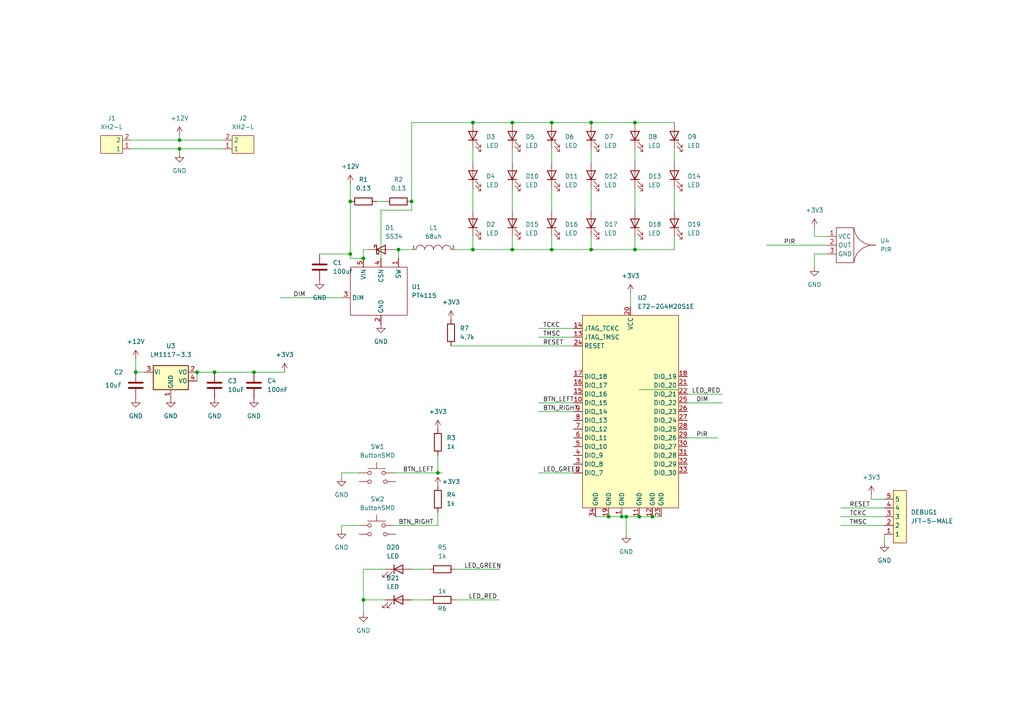
<source format=kicad_sch>
(kicad_sch (version 20211123) (generator eeschema)
  (paper "A4")
  (lib_symbols
    (symbol "Device:C" (pin_numbers hide) (pin_names (offset 0.254))
      (property "Reference" "C" (at 0.635 2.54 0))
      (property "Value" "C" (at 0.635 -2.54 0))
      (symbol "C_0_1"
        (polyline (pts (xy -2.032 -0.762) (xy 2.032 -0.762)) (stroke (width 0.508)))
        (polyline (pts (xy -2.032 0.762) (xy 2.032 0.762)) (stroke (width 0.508)))
      )
      (symbol "C_1_1"
        (pin passive line (at 0 3.81 270) (length 2.794) (name "~") (number "1"))
        (pin passive line (at 0 -3.81 90) (length 2.794) (name "~") (number "2"))
      )
    )
    (symbol "Device:LED" (pin_numbers hide) (pin_names (offset 1.016) hide)
      (property "Reference" "D" (at 0 2.54 0))
      (property "Value" "LED" (at 0 -2.54 0))
      (symbol "LED_0_1"
        (polyline (pts (xy -1.27 -1.27) (xy -1.27 1.27)) (stroke (width 0.254)))
        (polyline (pts (xy -1.27 0) (xy 1.27 0)))
        (polyline (pts (xy 1.27 -1.27) (xy 1.27 1.27) (xy -1.27 0) (xy 1.27 -1.27)) (stroke (width 0.254)))
        (polyline (pts (xy -3.048 -0.762) (xy -4.572 -2.286) (xy -3.81 -2.286) (xy -4.572 -2.286) (xy -4.572 -1.524)))
        (polyline (pts (xy -1.778 -0.762) (xy -3.302 -2.286) (xy -2.54 -2.286) (xy -3.302 -2.286) (xy -3.302 -1.524)))
      )
      (symbol "LED_1_1"
        (pin passive line (at -3.81 0 0) (length 2.54) (name "K") (number "1"))
        (pin passive line (at 3.81 0 180) (length 2.54) (name "A") (number "2"))
      )
    )
    (symbol "Device:R" (pin_numbers hide) (pin_names (offset 0))
      (property "Reference" "R" (at 2.032 0 90))
      (property "Value" "R" (at 0 0 90))
      (symbol "R_0_1"
        (rectangle (start -1.016 -2.54) (end 1.016 2.54) (stroke (width 0.254)))
      )
      (symbol "R_1_1"
        (pin passive line (at 0 3.81 270) (length 1.27) (name "~") (number "1"))
        (pin passive line (at 0 -3.81 90) (length 1.27) (name "~") (number "2"))
      )
    )
    (symbol "custom:ButtonSMD" (pin_numbers hide) (pin_names (offset 1.016) hide)
      (property "Reference" "SW" (at 1.27 2.54 0))
      (property "Value" "ButtonSMD" (at 0 -1.524 0))
      (symbol "ButtonSMD_0_1"
        (circle (center -2.032 -2.54) (radius 0.508))
        (circle (center -2.032 0) (radius 0.508))
        (polyline (pts (xy 0 1.27) (xy 0 3.048)))
        (polyline (pts (xy 2.54 1.27) (xy -2.54 1.27)))
        (circle (center 2.032 0) (radius 0.508))
        (circle (center 2.54 -2.54) (radius 0.508))
        (pin passive line (at -5.08 0 0) (length 2.54) (name "1") (number "1"))
        (pin passive line (at 5.08 0 180) (length 2.54) (name "2") (number "2"))
        (pin passive line (at -5.08 -2.54 0) (length 2.54) (name "1") (number "3"))
        (pin passive line (at 5.588 -2.54 180) (length 2.54) (name "2") (number "4"))
      )
    )
    (symbol "custom:E72-2G4M20S1E"
      (property "Reference" "U" (at -17.78 -10.16 0))
      (property "Value" "E72-2G4M20S1E" (at -19.05 -12.7 0))
      (symbol "E72-2G4M20S1E_0_1"
        (rectangle (start -12.7 45.72) (end 15.24 -10.16) (fill (type background)))
      )
      (symbol "E72-2G4M20S1E_1_1"
        (pin power_in line (at -1.27 -12.7 90) (length 2.54) (name "GND") (number "1"))
        (pin bidirectional line (at -15.24 20.32 0) (length 2.54) (name "DIO_15") (number "10"))
        (pin input line (at 3.81 -12.7 90) (length 2.54) (name "GND") (number "11"))
        (pin power_in line (at 7.62 -12.7 90) (length 2.54) (name "GND") (number "12"))
        (pin bidirectional line (at -15.24 39.37 0) (length 2.54) (name "JTAG_TMSC") (number "13"))
        (pin input line (at -15.24 41.91 0) (length 2.54) (name "JTAG_TCKC") (number "14"))
        (pin tri_state line (at -15.24 22.86 0) (length 2.54) (name "DIO_16") (number "15"))
        (pin bidirectional line (at -15.24 25.4 0) (length 2.54) (name "DIO_17") (number "16"))
        (pin bidirectional line (at -15.24 27.94 0) (length 2.54) (name "DIO_18") (number "17"))
        (pin bidirectional line (at 17.78 27.94 180) (length 2.54) (name "DIO_19") (number "18"))
        (pin power_in line (at -5.08 -12.7 90) (length 2.54) (name "GND") (number "19"))
        (pin bidirectional line (at -15.24 0 0) (length 2.54) (name "DIO_7") (number "2"))
        (pin power_in line (at 1.27 48.26 270) (length 2.54) (name "VCC") (number "20"))
        (pin bidirectional line (at 17.78 25.4 180) (length 2.54) (name "DIO_20") (number "21"))
        (pin bidirectional line (at 17.78 22.86 180) (length 2.54) (name "DIO_21") (number "22"))
        (pin power_in line (at 10.16 -12.7 90) (length 2.54) (name "GND") (number "23"))
        (pin input line (at -15.24 36.83 0) (length 2.54) (name "RESET") (number "24"))
        (pin bidirectional line (at 17.78 20.32 180) (length 2.54) (name "DIO_22") (number "25"))
        (pin bidirectional line (at 17.78 17.78 180) (length 2.54) (name "DIO_23") (number "26"))
        (pin bidirectional line (at 17.78 15.24 180) (length 2.54) (name "DIO_24") (number "27"))
        (pin bidirectional line (at 17.78 12.7 180) (length 2.54) (name "DIO_25") (number "28"))
        (pin bidirectional line (at 17.78 10.16 180) (length 2.54) (name "DIO_26") (number "29"))
        (pin bidirectional line (at -15.24 2.54 0) (length 2.54) (name "DIO_8") (number "3"))
        (pin bidirectional line (at 17.78 7.62 180) (length 2.54) (name "DIO_27") (number "30"))
        (pin bidirectional line (at 17.78 5.08 180) (length 2.54) (name "DIO_28") (number "31"))
        (pin bidirectional line (at 17.78 2.54 180) (length 2.54) (name "DIO_29") (number "32"))
        (pin bidirectional line (at 17.78 0 180) (length 2.54) (name "DIO_30") (number "33"))
        (pin bidirectional line (at -8.89 -12.7 90) (length 2.54) (name "GND") (number "34"))
        (pin bidirectional line (at -15.24 5.08 0) (length 2.54) (name "DIO_9") (number "4"))
        (pin bidirectional line (at -15.24 7.62 0) (length 2.54) (name "DIO_10") (number "5"))
        (pin bidirectional line (at -15.24 10.16 0) (length 2.54) (name "DIO_11") (number "6"))
        (pin bidirectional line (at -15.24 12.7 0) (length 2.54) (name "DIO_12") (number "7"))
        (pin bidirectional line (at -15.24 15.24 0) (length 2.54) (name "DIO_13") (number "8"))
        (pin bidirectional line (at -15.24 17.78 0) (length 2.54) (name "DIO_14") (number "9"))
      )
    )
    (symbol "custom:JFT-5-MALE"
      (property "Reference" "J" (at 3.81 16.51 0))
      (property "Value" "JFT-5-MALE" (at 6.35 -1.27 0))
      (symbol "JFT-5-MALE_0_1"
        (rectangle (start 2.54 15.24) (end 6.35 0) (fill (type background)))
      )
      (symbol "JFT-5-MALE_1_1"
        (pin passive line (at 0 2.54 0) (length 2.54) (name "1") (number "1"))
        (pin passive line (at 0 5.08 0) (length 2.54) (name "2") (number "2"))
        (pin passive line (at 0 7.62 0) (length 2.54) (name "3") (number "3"))
        (pin passive line (at 0 10.16 0) (length 2.54) (name "4") (number "4"))
        (pin passive line (at 0 12.7 0) (length 2.54) (name "5") (number "5"))
      )
    )
    (symbol "custom:LM1117-3.3" (pin_names (offset 0.254))
      (property "Reference" "U2" (at 0 7.62 0))
      (property "Value" "LM1117-3.3" (at 0 5.08 0))
      (symbol "LM1117-3.3_0_0"
        (pin passive line (at 7.62 -2.54 180) (length 2.54) (name "VO") (number "4"))
      )
      (symbol "LM1117-3.3_0_1"
        (rectangle (start -5.08 -5.08) (end 5.08 1.905) (stroke (width 0.254)) (fill (type background)))
      )
      (symbol "LM1117-3.3_1_1"
        (pin power_in line (at 0 -7.62 90) (length 2.54) (name "GND") (number "1"))
        (pin power_out line (at 7.62 0 180) (length 2.54) (name "VO") (number "2"))
        (pin power_in line (at -7.62 0 0) (length 2.54) (name "VI") (number "3"))
      )
    )
    (symbol "custom:PIR"
      (property "Reference" "U" (at -2.54 6.35 0))
      (property "Value" "PIR" (at 3.81 0 0))
      (symbol "PIR_0_1"
        (rectangle (start -3.81 5.08) (end 1.27 -5.08))
        (arc (start 1.27 5.08) (mid -1.6871 -5.1251) (end 7.62 0))
        (arc (start 7.62 0) (mid -1.6871 5.1251) (end 1.27 -5.08))
      )
      (symbol "PIR_1_1"
        (pin power_in line (at -6.35 2.54 0) (length 2.54) (name "VCC") (number "1"))
        (pin output line (at -6.35 0 0) (length 2.54) (name "OUT") (number "2"))
        (pin power_in line (at -6.35 -2.54 0) (length 2.54) (name "GND") (number "3"))
      )
    )
    (symbol "custom:PT4115"
      (property "Reference" "U" (at 8.89 -1.27 0))
      (property "Value" "PT4115" (at 0 1.27 0))
      (symbol "PT4115_0_1"
        (rectangle (start -8.89 7.62) (end 7.62 -6.35))
      )
      (symbol "PT4115_1_1"
        (pin bidirectional line (at 5.08 10.16 270) (length 2.54) (name "SW") (number "1"))
        (pin input line (at 0 -8.89 90) (length 2.54) (name "GND") (number "2"))
        (pin input line (at -11.43 -1.27 0) (length 2.54) (name "DIM") (number "3"))
        (pin bidirectional line (at 0 10.16 270) (length 2.54) (name "CSN") (number "4"))
        (pin input line (at -5.08 10.16 270) (length 2.54) (name "VIN") (number "5"))
      )
    )
    (symbol "custom:SS34" (pin_numbers hide) (pin_names (offset 1.016) hide)
      (property "Reference" "D" (at 0 2.54 0))
      (property "Value" "SS34" (at 0 -2.54 0))
      (symbol "SS34_0_1"
        (polyline (pts (xy 1.27 0) (xy -1.27 0)))
        (polyline (pts (xy 1.27 1.27) (xy 1.27 -1.27) (xy -1.27 0) (xy 1.27 1.27)) (stroke (width 0.254)))
        (polyline (pts (xy -1.905 0.635) (xy -1.905 1.27) (xy -1.27 1.27) (xy -1.27 -1.27) (xy -0.635 -1.27) (xy -0.635 -0.635)) (stroke (width 0.254)))
      )
      (symbol "SS34_1_1"
        (pin passive line (at -3.81 0 0) (length 2.54) (name "K") (number "1"))
        (pin passive line (at 3.81 0 180) (length 2.54) (name "A") (number "2"))
      )
    )
    (symbol "custom:XH2-L"
      (property "Reference" "J" (at 1.27 7.62 0))
      (property "Value" "XH2-L" (at 0 0 0))
      (symbol "XH2-L_0_1"
        (rectangle (start 0 6.35) (end 6.35 1.27) (fill (type background)))
      )
      (symbol "XH2-L_1_1"
        (pin input line (at -2.54 5.08 0) (length 2.54) (name "1") (number "1"))
        (pin input line (at -2.54 2.54 0) (length 2.54) (name "2") (number "2"))
      )
    )
    (symbol "power:+12V" (power) (pin_names (offset 0))
      (property "Value" "+12V" (at 0 3.556 0))
      (symbol "+12V_0_1"
        (polyline (pts (xy -0.762 1.27) (xy 0 2.54)))
        (polyline (pts (xy 0 0) (xy 0 2.54)))
        (polyline (pts (xy 0 2.54) (xy 0.762 1.27)))
      )
      (symbol "+12V_1_1"
        (pin power_in line (at 0 0 90) (length 0) hide (name "+12V") (number "1"))
      )
    )
    (symbol "power:+3.3V" (power) (pin_names (offset 0))
      (property "Value" "+3.3V" (at 0 3.556 0))
      (symbol "+3.3V_0_1"
        (polyline (pts (xy -0.762 1.27) (xy 0 2.54)))
        (polyline (pts (xy 0 0) (xy 0 2.54)))
        (polyline (pts (xy 0 2.54) (xy 0.762 1.27)))
      )
      (symbol "+3.3V_1_1"
        (pin power_in line (at 0 0 90) (length 0) hide (name "+3V3") (number "1"))
      )
    )
    (symbol "power:+3V3" (power) (pin_names (offset 0))
      (property "Value" "+3V3" (at 0 3.556 0))
      (symbol "+3V3_0_1"
        (polyline (pts (xy -0.762 1.27) (xy 0 2.54)))
        (polyline (pts (xy 0 0) (xy 0 2.54)))
        (polyline (pts (xy 0 2.54) (xy 0.762 1.27)))
      )
      (symbol "+3V3_1_1"
        (pin power_in line (at 0 0 90) (length 0) hide (name "+3V3") (number "1"))
      )
    )
    (symbol "power:GND" (power) (pin_names (offset 0))
      (property "Value" "GND" (at 0 -3.81 0))
      (symbol "GND_0_1"
        (polyline (pts (xy 0 0) (xy 0 -1.27) (xy 1.27 -1.27) (xy 0 -2.54) (xy -1.27 -1.27) (xy 0 -1.27)))
      )
      (symbol "GND_1_1"
        (pin power_in line (at 0 0 270) (length 0) hide (name "GND") (number "1"))
      )
    )
    (symbol "pspice:INDUCTOR" (pin_numbers hide) (pin_names (offset 0))
      (property "Reference" "L" (at 0 2.54 0))
      (property "Value" "INDUCTOR" (at 0 -1.27 0))
      (symbol "INDUCTOR_0_1"
        (arc (start -2.54 0) (mid -3.81 1.27) (end -5.08 0))
        (arc (start 0 0) (mid -1.27 1.27) (end -2.54 0))
        (arc (start 2.54 0) (mid 1.27 1.27) (end 0 0))
        (arc (start 5.08 0) (mid 3.81 1.27) (end 2.54 0))
      )
      (symbol "INDUCTOR_1_1"
        (pin input line (at -6.35 0 0) (length 1.27) (name "1") (number "1"))
        (pin input line (at 6.35 0 180) (length 1.27) (name "2") (number "2"))
      )
    )
  )
  (junction (at 160.02 35.56))
  (junction (at 171.45 72.39))
  (junction (at 185.42 149.86))
  (junction (at 127 137.16))
  (junction (at 115.57 72.39))
  (junction (at 119.38 58.42))
  (junction (at 52.07 40.64))
  (junction (at 101.6 73.66))
  (junction (at 137.16 35.56))
  (junction (at 52.07 43.18))
  (junction (at 105.41 173.99))
  (junction (at 148.59 35.56))
  (junction (at 184.15 35.56))
  (junction (at 62.23 107.95))
  (junction (at 73.66 107.95))
  (junction (at 148.59 72.39))
  (junction (at 181.61 149.86))
  (junction (at 105.41 74.93))
  (junction (at 137.16 72.39))
  (junction (at 176.53 149.86))
  (junction (at 180.34 149.86))
  (junction (at 189.23 149.86))
  (junction (at 160.02 72.39))
  (junction (at 171.45 35.56))
  (junction (at 39.37 107.95))
  (junction (at 57.15 107.95))
  (junction (at 184.15 72.39))
  (junction (at 101.6 58.42))
  (wire (pts (xy 127 132.08) (xy 127 137.16)))
  (wire (pts (xy 195.58 72.39) (xy 195.58 68.58)))
  (wire (pts (xy 160.02 72.39) (xy 160.02 68.58)))
  (wire (pts (xy 195.58 43.18) (xy 195.58 46.99)))
  (wire (pts (xy 256.54 144.78) (xy 252.73 144.78)))
  (wire (pts (xy 243.84 147.32) (xy 256.54 147.32)))
  (wire (pts (xy 111.76 173.99) (xy 105.41 173.99)))
  (wire (pts (xy 148.59 72.39) (xy 160.02 72.39)))
  (wire (pts (xy 41.91 107.95) (xy 39.37 107.95)))
  (wire (pts (xy 171.45 72.39) (xy 171.45 68.58)))
  (wire (pts (xy 119.38 58.42) (xy 119.38 60.96)))
  (wire (pts (xy 73.66 107.95) (xy 82.55 107.95)))
  (wire (pts (xy 132.08 165.1) (xy 144.78 165.1)))
  (wire (pts (xy 137.16 72.39) (xy 137.16 68.58)))
  (wire (pts (xy 101.6 74.93) (xy 105.41 74.93)))
  (wire (pts (xy 39.37 107.95) (xy 39.37 104.14)))
  (wire (pts (xy 110.49 74.93) (xy 110.49 60.96)))
  (wire (pts (xy 156.21 137.16) (xy 166.37 137.16)))
  (wire (pts (xy 171.45 35.56) (xy 184.15 35.56)))
  (wire (pts (xy 52.07 43.18) (xy 64.77 43.18)))
  (wire (pts (xy 184.15 72.39) (xy 184.15 68.58)))
  (wire (pts (xy 101.6 58.42) (xy 101.6 73.66)))
  (wire (pts (xy 106.68 72.39) (xy 105.41 72.39)))
  (wire (pts (xy 110.49 60.96) (xy 119.38 60.96)))
  (wire (pts (xy 104.14 152.4) (xy 99.06 152.4)))
  (wire (pts (xy 181.61 149.86) (xy 181.61 154.94)))
  (wire (pts (xy 189.23 149.86) (xy 191.77 149.86)))
  (wire (pts (xy 156.21 95.25) (xy 166.37 95.25)))
  (wire (pts (xy 111.76 165.1) (xy 105.41 165.1)))
  (wire (pts (xy 156.21 97.79) (xy 166.37 97.79)))
  (wire (pts (xy 109.22 58.42) (xy 111.76 58.42)))
  (wire (pts (xy 184.15 43.18) (xy 184.15 46.99)))
  (wire (pts (xy 199.39 114.3) (xy 209.55 114.3)))
  (wire (pts (xy 119.38 173.99) (xy 124.46 173.99)))
  (wire (pts (xy 127 137.16) (xy 128.27 137.16)))
  (wire (pts (xy 101.6 73.66) (xy 101.6 74.93)))
  (wire (pts (xy 144.78 163.83) (xy 144.78 165.1)))
  (wire (pts (xy 105.41 72.39) (xy 105.41 74.93)))
  (wire (pts (xy 115.57 72.39) (xy 119.38 72.39)))
  (wire (pts (xy 114.3 152.4) (xy 127 152.4)))
  (wire (pts (xy 240.03 73.66) (xy 236.22 73.66)))
  (wire (pts (xy 171.45 43.18) (xy 171.45 46.99)))
  (wire (pts (xy 137.16 72.39) (xy 148.59 72.39)))
  (wire (pts (xy 57.15 107.95) (xy 57.15 110.49)))
  (wire (pts (xy 243.84 152.4) (xy 256.54 152.4)))
  (wire (pts (xy 181.61 149.86) (xy 185.42 149.86)))
  (wire (pts (xy 160.02 72.39) (xy 171.45 72.39)))
  (wire (pts (xy 119.38 35.56) (xy 119.38 58.42)))
  (wire (pts (xy 243.84 149.86) (xy 256.54 149.86)))
  (wire (pts (xy 92.71 73.66) (xy 101.6 73.66)))
  (wire (pts (xy 137.16 54.61) (xy 137.16 60.96)))
  (wire (pts (xy 115.57 72.39) (xy 115.57 74.93)))
  (wire (pts (xy 104.14 137.16) (xy 99.06 137.16)))
  (wire (pts (xy 195.58 54.61) (xy 195.58 60.96)))
  (wire (pts (xy 148.59 35.56) (xy 160.02 35.56)))
  (wire (pts (xy 184.15 54.61) (xy 184.15 60.96)))
  (wire (pts (xy 114.3 137.16) (xy 127 137.16)))
  (wire (pts (xy 252.73 144.78) (xy 252.73 143.51)))
  (wire (pts (xy 38.1 43.18) (xy 52.07 43.18)))
  (wire (pts (xy 137.16 43.18) (xy 137.16 46.99)))
  (wire (pts (xy 160.02 43.18) (xy 160.02 46.99)))
  (wire (pts (xy 148.59 43.18) (xy 148.59 46.99)))
  (wire (pts (xy 156.21 119.38) (xy 166.37 119.38)))
  (wire (pts (xy 119.38 165.1) (xy 124.46 165.1)))
  (wire (pts (xy 52.07 39.37) (xy 52.07 40.64)))
  (wire (pts (xy 101.6 53.34) (xy 101.6 58.42)))
  (wire (pts (xy 185.42 149.86) (xy 189.23 149.86)))
  (wire (pts (xy 222.25 71.12) (xy 240.03 71.12)))
  (wire (pts (xy 52.07 43.18) (xy 52.07 44.45)))
  (wire (pts (xy 185.42 113.03) (xy 196.85 113.03)))
  (wire (pts (xy 184.15 35.56) (xy 195.58 35.56)))
  (wire (pts (xy 81.28 86.36) (xy 99.06 86.36)))
  (wire (pts (xy 127 148.59) (xy 127 152.4)))
  (wire (pts (xy 137.16 35.56) (xy 148.59 35.56)))
  (wire (pts (xy 38.1 40.64) (xy 52.07 40.64)))
  (wire (pts (xy 182.88 85.09) (xy 182.88 88.9)))
  (wire (pts (xy 236.22 68.58) (xy 236.22 66.04)))
  (wire (pts (xy 171.45 54.61) (xy 171.45 60.96)))
  (wire (pts (xy 137.16 35.56) (xy 119.38 35.56)))
  (wire (pts (xy 156.21 116.84) (xy 166.37 116.84)))
  (wire (pts (xy 52.07 40.64) (xy 64.77 40.64)))
  (wire (pts (xy 184.15 72.39) (xy 195.58 72.39)))
  (wire (pts (xy 114.3 72.39) (xy 115.57 72.39)))
  (wire (pts (xy 57.15 107.95) (xy 62.23 107.95)))
  (wire (pts (xy 132.08 72.39) (xy 137.16 72.39)))
  (wire (pts (xy 132.08 173.99) (xy 144.78 173.99)))
  (wire (pts (xy 172.72 149.86) (xy 176.53 149.86)))
  (wire (pts (xy 99.06 137.16) (xy 99.06 138.43)))
  (wire (pts (xy 180.34 149.86) (xy 181.61 149.86)))
  (wire (pts (xy 148.59 54.61) (xy 148.59 60.96)))
  (wire (pts (xy 105.41 165.1) (xy 105.41 173.99)))
  (wire (pts (xy 199.39 116.84) (xy 209.55 116.84)))
  (wire (pts (xy 99.06 152.4) (xy 99.06 153.67)))
  (wire (pts (xy 256.54 154.94) (xy 256.54 157.48)))
  (wire (pts (xy 171.45 72.39) (xy 184.15 72.39)))
  (wire (pts (xy 148.59 72.39) (xy 148.59 68.58)))
  (wire (pts (xy 176.53 149.86) (xy 180.34 149.86)))
  (wire (pts (xy 130.81 100.33) (xy 166.37 100.33)))
  (wire (pts (xy 105.41 173.99) (xy 105.41 177.8)))
  (wire (pts (xy 236.22 73.66) (xy 236.22 77.47)))
  (wire (pts (xy 62.23 107.95) (xy 73.66 107.95)))
  (wire (pts (xy 199.39 127) (xy 208.28 127)))
  (wire (pts (xy 160.02 54.61) (xy 160.02 60.96)))
  (wire (pts (xy 240.03 68.58) (xy 236.22 68.58)))
  (wire (pts (xy 160.02 35.56) (xy 171.45 35.56)))
  (label "RESET" (at 246.38 147.32 0))
  (label "BTN_RIGHT" (at 115.57 152.4 0))
  (label "TCKC" (at 157.48 95.25 0))
  (label "LED_RED" (at 200.66 114.3 0))
  (label "TMSC" (at 157.48 97.79 0))
  (label "LED_GREEN" (at 134.62 165.1 0))
  (label "PIR" (at 201.93 127 0))
  (label "TCKC" (at 246.38 149.86 0))
  (label "BTN_LEFT" (at 116.84 137.16 0))
  (label "PIR" (at 227.33 71.12 0))
  (label "BTN_LEFT" (at 157.48 116.84 0))
  (label "DIM" (at 201.93 116.84 0))
  (label "RESET" (at 157.48 100.33 0))
  (label "LED_RED" (at 135.89 173.99 0))
  (label "BTN_RIGHT" (at 157.48 119.38 0))
  (label "TMSC" (at 246.38 152.4 0))
  (label "DIM" (at 85.09 86.36 0))
  (label "LED_GREEN" (at 157.48 137.16 0))
  (symbol (lib_id "Device:R") (at 115.57 58.42 90) (unit 1)
    (property "Reference" "R2" (at 115.57 52.07 90))
    (property "Value" "0.13" (at 115.57 54.61 90))
    (property "Footprint" "Resistor_SMD:R_0603_1608Metric_Pad0.98x0.95mm_HandSolder" (effects hide))
  )
  (symbol (lib_id "Device:C") (at 73.66 111.76 0) (unit 1)
    (property "Reference" "C4" (at 77.47 110.4899 0) (effects (justify left)))
    (property "Value" "100nF" (at 77.47 113.0299 0) (effects (justify left)))
    (property "Footprint" "Capacitor_SMD:C_0603_1608Metric_Pad1.08x0.95mm_HandSolder" (effects hide))
  )
  (symbol (lib_id "power:GND") (at 110.49 93.98 0) (unit 1)
    (property "Reference" "#PWR0112" (effects hide))
    (property "Value" "GND" (at 110.49 99.06 0))
  )
  (symbol (lib_id "Device:LED") (at 137.16 64.77 90) (unit 1)
    (property "Reference" "D2" (at 140.97 65.0874 90) (effects (justify right)))
    (property "Value" "LED" (at 140.97 67.6274 90) (effects (justify right)))
    (property "Footprint" "LED_SMD:LED_Yuji_5730" (effects hide))
  )
  (symbol (lib_id "power:+3.3V") (at 127 124.46 0) (unit 1)
    (property "Reference" "#PWR0115" (effects hide))
    (property "Value" "+3.3V" (at 127 119.38 0))
  )
  (symbol (lib_id "power:GND") (at 92.71 81.28 0) (unit 1)
    (property "Reference" "#PWR0111" (effects hide))
    (property "Value" "GND" (at 92.71 86.36 0))
  )
  (symbol (lib_id "power:GND") (at 52.07 44.45 0) (unit 1)
    (property "Reference" "#PWR0102" (effects hide))
    (property "Value" "GND" (at 52.07 49.53 0))
  )
  (symbol (lib_id "power:+3V3") (at 182.88 85.09 0) (unit 1)
    (property "Reference" "#PWR02" (effects hide))
    (property "Value" "+3V3" (at 182.88 80.01 0))
  )
  (symbol (lib_id "Device:LED") (at 171.45 39.37 90) (unit 1)
    (property "Reference" "D7" (at 175.26 39.6874 90) (effects (justify right)))
    (property "Value" "LED" (at 175.26 42.2274 90) (effects (justify right)))
    (property "Footprint" "LED_SMD:LED_Yuji_5730" (effects hide))
  )
  (symbol (lib_id "Device:C") (at 39.37 111.76 0) (unit 1)
    (property "Reference" "C2" (at 33.02 107.95 0) (effects (justify left)))
    (property "Value" "10uF" (at 30.48 111.76 0) (effects (justify left)))
    (property "Footprint" "Capacitor_SMD:C_0603_1608Metric_Pad1.08x0.95mm_HandSolder" (effects hide))
  )
  (symbol (lib_id "custom:E72-2G4M20S1E") (at 181.61 137.16 0) (unit 1)
    (property "Reference" "U2" (at 184.8994 86.36 0) (effects (justify left)))
    (property "Value" "E72-2G4M20S1E" (at 184.8994 88.9 0) (effects (justify left)))
    (property "Footprint" "custom:E72-2G4M20S1E" (effects hide))
  )
  (symbol (lib_id "Device:R") (at 127 144.78 0) (unit 1)
    (property "Reference" "R4" (at 129.54 143.5099 0) (effects (justify left)))
    (property "Value" "1k" (at 129.54 146.0499 0) (effects (justify left)))
    (property "Footprint" "Resistor_SMD:R_0603_1608Metric_Pad0.98x0.95mm_HandSolder" (effects hide))
  )
  (symbol (lib_id "power:GND") (at 181.61 154.94 0) (unit 1)
    (property "Reference" "#PWR01" (effects hide))
    (property "Value" "GND" (at 181.61 160.02 0))
  )
  (symbol (lib_id "custom:ButtonSMD") (at 109.22 137.16 0) (unit 1)
    (property "Reference" "SW1" (at 109.474 129.54 0))
    (property "Value" "ButtonSMD" (at 109.474 132.08 0))
    (property "Footprint" "custom:ButtonSMD" (effects hide))
  )
  (symbol (lib_id "Device:R") (at 105.41 58.42 90) (unit 1)
    (property "Reference" "R1" (at 105.41 52.07 90))
    (property "Value" "0.13" (at 105.41 54.61 90))
    (property "Footprint" "Resistor_SMD:R_0603_1608Metric_Pad0.98x0.95mm_HandSolder" (effects hide))
  )
  (symbol (lib_id "custom:PIR") (at 246.38 71.12 0) (unit 1)
    (property "Reference" "U4" (at 255.27 69.8499 0) (effects (justify left)))
    (property "Value" "PIR" (at 255.27 72.3899 0) (effects (justify left)))
    (property "Footprint" "custom:XH3-V" (effects hide))
  )
  (symbol (lib_id "power:+3.3V") (at 82.55 107.95 0) (unit 1)
    (property "Reference" "#PWR0110" (effects hide))
    (property "Value" "+3.3V" (at 82.55 102.87 0))
  )
  (symbol (lib_id "Device:R") (at 130.81 96.52 0) (unit 1)
    (property "Reference" "R7" (at 133.35 95.2499 0) (effects (justify left)))
    (property "Value" "4.7k" (at 133.35 97.7899 0) (effects (justify left)))
    (property "Footprint" "Resistor_SMD:R_0603_1608Metric_Pad0.98x0.95mm_HandSolder" (effects hide))
  )
  (symbol (lib_id "power:+12V") (at 39.37 104.14 0) (unit 1)
    (property "Reference" "#PWR0108" (effects hide))
    (property "Value" "+12V" (at 39.37 99.06 0))
  )
  (symbol (lib_id "Device:LED") (at 137.16 50.8 90) (unit 1)
    (property "Reference" "D4" (at 140.97 51.1174 90) (effects (justify right)))
    (property "Value" "LED" (at 140.97 53.6574 90) (effects (justify right)))
    (property "Footprint" "LED_SMD:LED_Yuji_5730" (effects hide))
  )
  (symbol (lib_id "power:GND") (at 256.54 157.48 0) (unit 1)
    (property "Reference" "#PWR0120" (effects hide))
    (property "Value" "GND" (at 256.54 162.56 0))
  )
  (symbol (lib_id "power:GND") (at 39.37 115.57 0) (unit 1)
    (property "Reference" "#PWR0107" (effects hide))
    (property "Value" "GND" (at 39.37 120.65 0))
  )
  (symbol (lib_id "custom:ButtonSMD") (at 109.22 152.4 0) (unit 1)
    (property "Reference" "SW2" (at 109.474 144.78 0))
    (property "Value" "ButtonSMD" (at 109.474 147.32 0))
    (property "Footprint" "custom:ButtonSMD" (effects hide))
  )
  (symbol (lib_id "Device:LED") (at 195.58 50.8 90) (unit 1)
    (property "Reference" "D14" (at 199.39 51.1174 90) (effects (justify right)))
    (property "Value" "LED" (at 199.39 53.6574 90) (effects (justify right)))
    (property "Footprint" "LED_SMD:LED_Yuji_5730" (effects hide))
  )
  (symbol (lib_id "custom:XH2-L") (at 35.56 38.1 180) (unit 1)
    (property "Reference" "J1" (at 32.385 34.29 0))
    (property "Value" "XH2-L" (at 32.385 36.83 0))
    (property "Footprint" "custom:XH2-H" (effects hide))
  )
  (symbol (lib_id "Device:LED") (at 184.15 39.37 90) (unit 1)
    (property "Reference" "D8" (at 187.96 39.6874 90) (effects (justify right)))
    (property "Value" "LED" (at 187.96 42.2274 90) (effects (justify right)))
    (property "Footprint" "LED_SMD:LED_Yuji_5730" (effects hide))
  )
  (symbol (lib_id "power:+3.3V") (at 130.81 92.71 0) (unit 1)
    (property "Reference" "#PWR0105" (effects hide))
    (property "Value" "+3.3V" (at 130.81 87.63 0))
  )
  (symbol (lib_id "Device:LED") (at 171.45 50.8 90) (unit 1)
    (property "Reference" "D12" (at 175.26 51.1174 90) (effects (justify right)))
    (property "Value" "LED" (at 175.26 53.6574 90) (effects (justify right)))
    (property "Footprint" "LED_SMD:LED_Yuji_5730" (effects hide))
  )
  (symbol (lib_id "Device:R") (at 127 128.27 0) (unit 1)
    (property "Reference" "R3" (at 129.54 126.9999 0) (effects (justify left)))
    (property "Value" "1k" (at 129.54 129.5399 0) (effects (justify left)))
    (property "Footprint" "Resistor_SMD:R_0603_1608Metric_Pad0.98x0.95mm_HandSolder" (effects hide))
  )
  (symbol (lib_id "Device:LED") (at 184.15 50.8 90) (unit 1)
    (property "Reference" "D13" (at 187.96 51.1174 90) (effects (justify right)))
    (property "Value" "LED" (at 187.96 53.6574 90) (effects (justify right)))
    (property "Footprint" "LED_SMD:LED_Yuji_5730" (effects hide))
  )
  (symbol (lib_id "Device:C") (at 62.23 111.76 0) (unit 1)
    (property "Reference" "C3" (at 66.04 110.4899 0) (effects (justify left)))
    (property "Value" "10uF" (at 66.04 113.0299 0) (effects (justify left)))
    (property "Footprint" "Capacitor_SMD:C_0603_1608Metric_Pad1.08x0.95mm_HandSolder" (effects hide))
  )
  (symbol (lib_id "power:GND") (at 99.06 153.67 0) (unit 1)
    (property "Reference" "#PWR0117" (effects hide))
    (property "Value" "GND" (at 99.06 158.75 0))
  )
  (symbol (lib_id "Device:LED") (at 160.02 39.37 90) (unit 1)
    (property "Reference" "D6" (at 163.83 39.6874 90) (effects (justify right)))
    (property "Value" "LED" (at 163.83 42.2274 90) (effects (justify right)))
    (property "Footprint" "LED_SMD:LED_Yuji_5730" (effects hide))
  )
  (symbol (lib_id "power:GND") (at 105.41 177.8 0) (unit 1)
    (property "Reference" "#PWR0118" (effects hide))
    (property "Value" "GND" (at 105.41 182.88 0))
  )
  (symbol (lib_id "power:+3.3V") (at 127 140.97 0) (unit 1)
    (property "Reference" "#PWR0116" (effects hide))
    (property "Value" "+3.3V" (at 130.81 139.7 0))
  )
  (symbol (lib_id "custom:LM1117-3.3") (at 49.53 107.95 0) (unit 1)
    (property "Reference" "U3" (at 49.53 100.33 0))
    (property "Value" "LM1117-3.3" (at 49.53 102.87 0))
    (property "Footprint" "Package_TO_SOT_SMD:SOT-223" (effects hide))
    (property "Datasheet" "http://www.ti.com/lit/ds/symlink/lm1117.pdf" (effects hide))
  )
  (symbol (lib_id "Device:LED") (at 195.58 64.77 90) (unit 1)
    (property "Reference" "D19" (at 199.39 65.0874 90) (effects (justify right)))
    (property "Value" "LED" (at 199.39 67.6274 90) (effects (justify right)))
    (property "Footprint" "LED_SMD:LED_Yuji_5730" (effects hide))
  )
  (symbol (lib_id "custom:SS34") (at 110.49 72.39 0) (unit 1)
    (property "Reference" "D1" (at 113.03 66.04 0))
    (property "Value" "SS34" (at 114.3 68.58 0))
    (property "Footprint" "custom:SS34" (effects hide))
  )
  (symbol (lib_id "power:+3.3V") (at 236.22 66.04 0) (unit 1)
    (property "Reference" "#PWR03" (effects hide))
    (property "Value" "+3.3V" (at 236.22 60.96 0))
  )
  (symbol (lib_id "power:GND") (at 236.22 77.47 0) (unit 1)
    (property "Reference" "#PWR04" (effects hide))
    (property "Value" "GND" (at 236.22 82.55 0))
  )
  (symbol (lib_id "Device:R") (at 128.27 165.1 270) (unit 1)
    (property "Reference" "R5" (at 128.27 158.75 90))
    (property "Value" "1k" (at 128.27 161.29 90))
    (property "Footprint" "Resistor_SMD:R_0603_1608Metric_Pad0.98x0.95mm_HandSolder" (effects hide))
  )
  (symbol (lib_id "power:GND") (at 99.06 138.43 0) (unit 1)
    (property "Reference" "#PWR0114" (effects hide))
    (property "Value" "GND" (at 99.06 143.51 0))
  )
  (symbol (lib_id "Device:LED") (at 184.15 64.77 90) (unit 1)
    (property "Reference" "D18" (at 187.96 65.0874 90) (effects (justify right)))
    (property "Value" "LED" (at 187.96 67.6274 90) (effects (justify right)))
    (property "Footprint" "LED_SMD:LED_Yuji_5730" (effects hide))
  )
  (symbol (lib_id "custom:PT4115") (at 110.49 85.09 0) (unit 1)
    (property "Reference" "U1" (at 119.38 83.1849 0) (effects (justify left)))
    (property "Value" "PT4115" (at 119.38 85.7249 0) (effects (justify left)))
    (property "Footprint" "Package_TO_SOT_SMD:SOT-89-5_Handsoldering" (effects hide))
  )
  (symbol (lib_id "Device:LED") (at 160.02 50.8 90) (unit 1)
    (property "Reference" "D11" (at 163.83 51.1174 90) (effects (justify right)))
    (property "Value" "LED" (at 163.83 53.6574 90) (effects (justify right)))
    (property "Footprint" "LED_SMD:LED_Yuji_5730" (effects hide))
  )
  (symbol (lib_id "Device:C") (at 92.71 77.47 0) (unit 1)
    (property "Reference" "C1" (at 96.52 76.1999 0) (effects (justify left)))
    (property "Value" "100uf" (at 96.52 78.7399 0) (effects (justify left)))
    (property "Footprint" "Capacitor_SMD:C_1210_3225Metric_Pad1.33x2.70mm_HandSolder" (effects hide))
  )
  (symbol (lib_id "Device:LED") (at 148.59 39.37 90) (unit 1)
    (property "Reference" "D5" (at 152.4 39.6874 90) (effects (justify right)))
    (property "Value" "LED" (at 152.4 42.2274 90) (effects (justify right)))
    (property "Footprint" "LED_SMD:LED_Yuji_5730" (effects hide))
  )
  (symbol (lib_id "power:+3.3V") (at 252.73 143.51 0) (unit 1)
    (property "Reference" "#PWR0121" (effects hide))
    (property "Value" "+3.3V" (at 252.73 138.43 0))
  )
  (symbol (lib_id "Device:LED") (at 137.16 39.37 90) (unit 1)
    (property "Reference" "D3" (at 140.97 39.6874 90) (effects (justify right)))
    (property "Value" "LED" (at 140.97 42.2274 90) (effects (justify right)))
    (property "Footprint" "LED_SMD:LED_Yuji_5730" (effects hide))
  )
  (symbol (lib_id "Device:LED") (at 148.59 50.8 90) (unit 1)
    (property "Reference" "D10" (at 152.4 51.1174 90) (effects (justify right)))
    (property "Value" "LED" (at 152.4 53.6574 90) (effects (justify right)))
    (property "Footprint" "LED_SMD:LED_Yuji_5730" (effects hide))
  )
  (symbol (lib_id "custom:JFT-5-MALE") (at 256.54 157.48 0) (unit 1)
    (property "Reference" "DEBUG1" (at 264.16 148.5899 0) (effects (justify left)))
    (property "Value" "JFT-5-MALE" (at 264.16 151.1299 0) (effects (justify left)))
    (property "Footprint" "custom:XH5-V" (effects hide))
  )
  (symbol (lib_id "Device:LED") (at 160.02 64.77 90) (unit 1)
    (property "Reference" "D16" (at 163.83 65.0874 90) (effects (justify right)))
    (property "Value" "LED" (at 163.83 67.6274 90) (effects (justify right)))
    (property "Footprint" "LED_SMD:LED_Yuji_5730" (effects hide))
  )
  (symbol (lib_id "pspice:INDUCTOR") (at 125.73 72.39 0) (unit 1)
    (property "Reference" "L1" (at 125.73 66.04 0))
    (property "Value" "68uh" (at 125.73 68.58 0))
    (property "Footprint" "custom:RH127" (effects hide))
  )
  (symbol (lib_id "Device:LED") (at 115.57 165.1 0) (unit 1)
    (property "Reference" "D20" (at 113.9825 158.75 0))
    (property "Value" "LED" (at 113.9825 161.29 0))
    (property "Footprint" "LED_SMD:LED_0603_1608Metric_Pad1.05x0.95mm_HandSolder" (effects hide))
  )
  (symbol (lib_id "Device:LED") (at 171.45 64.77 90) (unit 1)
    (property "Reference" "D17" (at 175.26 65.0874 90) (effects (justify right)))
    (property "Value" "LED" (at 175.26 67.6274 90) (effects (justify right)))
    (property "Footprint" "LED_SMD:LED_Yuji_5730" (effects hide))
  )
  (symbol (lib_id "power:+12V") (at 101.6 53.34 0) (unit 1)
    (property "Reference" "#PWR0103" (effects hide))
    (property "Value" "+12V" (at 101.6 48.26 0))
  )
  (symbol (lib_id "power:GND") (at 73.66 115.57 0) (unit 1)
    (property "Reference" "#PWR0113" (effects hide))
    (property "Value" "GND" (at 73.66 120.65 0))
  )
  (symbol (lib_id "Device:LED") (at 115.57 173.99 0) (unit 1)
    (property "Reference" "D21" (at 113.9825 167.64 0))
    (property "Value" "LED" (at 113.9825 170.18 0))
    (property "Footprint" "LED_SMD:LED_0603_1608Metric_Pad1.05x0.95mm_HandSolder" (effects hide))
  )
  (symbol (lib_id "power:GND") (at 62.23 115.57 0) (unit 1)
    (property "Reference" "#PWR0109" (effects hide))
    (property "Value" "GND" (at 62.23 120.65 0))
  )
  (symbol (lib_id "custom:XH2-L") (at 67.31 38.1 0) (mirror x) (unit 1)
    (property "Reference" "J2" (at 70.485 34.29 0))
    (property "Value" "XH2-L" (at 70.485 36.83 0))
    (property "Footprint" "custom:XH2-H" (effects hide))
  )
  (symbol (lib_id "Device:LED") (at 148.59 64.77 90) (unit 1)
    (property "Reference" "D15" (at 152.4 65.0874 90) (effects (justify right)))
    (property "Value" "LED" (at 152.4 67.6274 90) (effects (justify right)))
    (property "Footprint" "LED_SMD:LED_Yuji_5730" (effects hide))
  )
  (symbol (lib_id "Device:R") (at 128.27 173.99 270) (unit 1)
    (property "Reference" "R6" (at 128.27 176.53 90))
    (property "Value" "1k" (at 128.27 171.45 90))
    (property "Footprint" "Resistor_SMD:R_0603_1608Metric_Pad0.98x0.95mm_HandSolder" (effects hide))
  )
  (symbol (lib_id "Device:LED") (at 195.58 39.37 90) (unit 1)
    (property "Reference" "D9" (at 199.39 39.6874 90) (effects (justify right)))
    (property "Value" "LED" (at 199.39 42.2274 90) (effects (justify right)))
    (property "Footprint" "LED_SMD:LED_Yuji_5730" (effects hide))
  )
  (symbol (lib_id "power:GND") (at 49.53 115.57 0) (unit 1)
    (property "Reference" "#PWR0106" (effects hide))
    (property "Value" "GND" (at 49.53 120.65 0))
  )
  (symbol (lib_id "power:+12V") (at 52.07 39.37 0) (unit 1)
    (property "Reference" "#PWR0101" (effects hide))
    (property "Value" "+12V" (at 52.07 34.29 0))
  )
)
</source>
